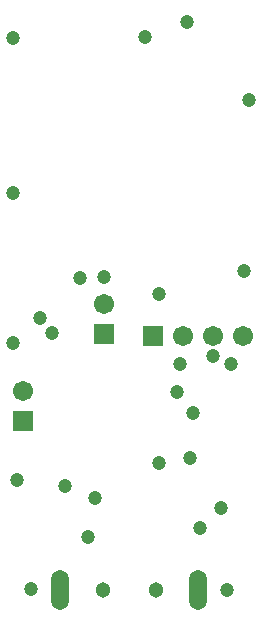
<source format=gbs>
G04 Layer_Color=16711935*
%FSLAX43Y43*%
%MOMM*%
G71*
G01*
G75*
%ADD47C,1.703*%
%ADD48R,1.703X1.703*%
%ADD49O,1.503X3.403*%
%ADD50R,1.703X1.703*%
%ADD51C,1.203*%
%ADD52C,1.303*%
D47*
X2000Y19540D02*
D03*
X8850Y26900D02*
D03*
X15560Y24200D02*
D03*
X18100D02*
D03*
X20640D02*
D03*
D48*
X2000Y17000D02*
D03*
X8850Y24360D02*
D03*
D49*
X16850Y2700D02*
D03*
X5150D02*
D03*
D50*
X13020Y24200D02*
D03*
D51*
X21150Y44200D02*
D03*
X15900Y50800D02*
D03*
X1550Y12000D02*
D03*
X2700Y2750D02*
D03*
X15050Y19450D02*
D03*
X16394Y17654D02*
D03*
X8150Y10500D02*
D03*
X13550Y13450D02*
D03*
X6854Y29150D02*
D03*
X1200Y36300D02*
D03*
X20694Y29691D02*
D03*
X19654Y21800D02*
D03*
X1200Y49400D02*
D03*
X18750Y9650D02*
D03*
X16115Y13900D02*
D03*
X19250Y2700D02*
D03*
X12350Y49550D02*
D03*
X8854Y29200D02*
D03*
X5600Y11500D02*
D03*
X7500Y7150D02*
D03*
X1200Y23650D02*
D03*
X17039Y7950D02*
D03*
X3475Y25700D02*
D03*
X4500Y24450D02*
D03*
X13503Y27724D02*
D03*
X15300Y21800D02*
D03*
X18100Y22500D02*
D03*
D52*
X13250Y2700D02*
D03*
X8750D02*
D03*
M02*

</source>
